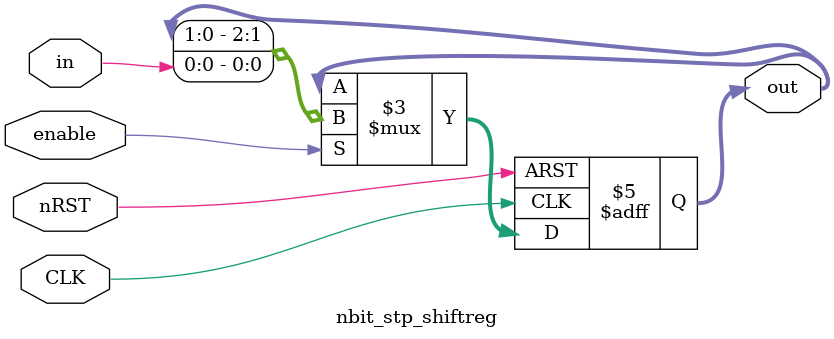
<source format=sv>
`include "isa_types.vh"
`include "datapath_types.vh"
`include "btb_if.vh"

module nbit_stp_shiftreg #( 	
    parameter size = 3)
(
    input logic CLK, 
    input logic nRST, 
    input logic enable,
    input logic in,
    output logic [(size-1):0] out
);
    always_ff @( posedge CLK, negedge nRST ) begin
        if(!nRST) begin
            out <= '0;
        end
        else if (enable) begin
            out <= {out[(size-1):0], in};
        end
    end
endmodule
</source>
